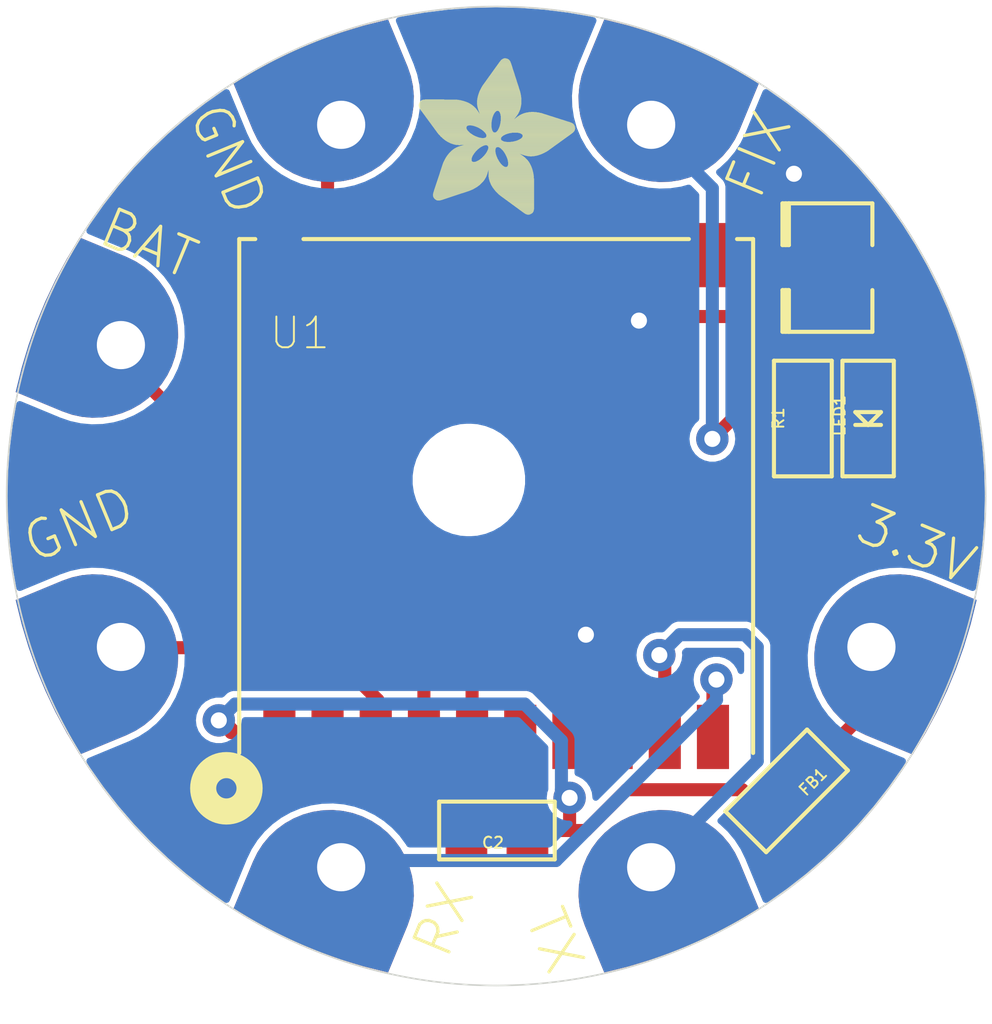
<source format=kicad_pcb>
(kicad_pcb (version 20221018) (generator pcbnew)
  (layers (0 "F.Cu" signal) (31 "B.Cu" signal) (34 "B.Paste" user) (35 "F.Paste" user) (36 "B.SilkS" user "B.Silkscreen") (37 "F.SilkS" user "F.Silkscreen") (38 "B.Mask" user) (39 "F.Mask" user) (44 "Edge.Cuts" user))
  (net 0 "")
  (net 1 "GND")
  (net 2 "3.3V")
  (net 3 "N$3")
  (net 4 "VBACKUP")
  (net 5 "N$4")
  (net 6 "N$1")
  (net 7 "N$2")
  (net 8 "RX")
  (net 9 "TX")
  (footprint "working:FIDUCIAL_1MM" (layer "F.Cu") (at 142.6821 108.7686)
    (fp_text reference "FID2" hide)
    (fp_text value "FIDUCIAL\"\"" hide)
    (pad "1" smd roundrect (at 0 0) (size 1 1) (layers "F.Cu") (roundrect_rratio 0.5))
  )
  (footprint "working:0805" (layer "F.Cu") (at 148.5251 115.4176 180)
    (fp_text reference "C2" (at -0.254 -0.381) (layer "F.SilkS") (effects (font (size 0.346578 0.346578) (thickness 0.059822)) (justify right)))
    (fp_text value "10uF")
    (pad "1" smd rect (at -0.95 0 180) (size 1.3 1.5) (layers "F.Cu" "F.Paste" "F.Mask") (net 2 "3.3V"))
    (pad "2" smd rect (at 0.95 0 180) (size 1.3 1.5) (layers "F.Cu" "F.Paste" "F.Mask") (net 1 "GND"))
  )
  (footprint "working:SEWINGTAP_2.0" (layer "F.Cu") (at 153.3271 116.5606 -157.5)
    (fp_text reference "TX0" hide)
    (fp_text value "SEWTAP-2.0IN" hide)
    (fp_poly (pts (xy 1.097845 -2.657662) (xy 1.826708 -2.584729) (xy 2.6035 -2.467646) (xy 2.6035 -0.887081) (xy 2.584633 -0.575169) (xy 2.527959 -0.265914) (xy 2.434423 0.034255) (xy 2.305387 0.320961) (xy 2.142734 0.590022) (xy 1.948834 0.837517) (xy 1.726517 1.059834) (xy 1.479022 1.253734) (xy 1.209961 1.416387) (xy 0.923255 1.545423) (xy 0.623086 1.638959) (xy 0.313831 1.695633) (xy 0 1.714616) (xy -0.313831 1.695633) (xy -0.623086 1.638959) (xy -0.923255 1.545423) (xy -1.209961 1.416387) (xy -1.479022 1.253734) (xy -1.726517 1.059834) (xy -1.948834 0.837517) (xy -2.142734 0.590022) (xy -2.305387 0.320961) (xy -2.434423 0.034255) (xy -2.527959 -0.265914) (xy -2.584633 -0.575169) (xy -2.6035 -0.887081) (xy -2.6035 -2.467646) (xy -1.826708 -2.584729) (xy -1.097845 -2.657662) (xy -0.366252 -2.694174) (xy 0.366252 -2.694174)) (fill solid) (layer "F.Cu"))
    (fp_poly (pts (xy 1.097845 -2.657662) (xy 1.826708 -2.584729) (xy 2.6035 -2.467646) (xy 2.6035 -0.887081) (xy 2.584633 -0.575169) (xy 2.527959 -0.265914) (xy 2.434423 0.034255) (xy 2.305387 0.320961) (xy 2.142734 0.590022) (xy 1.948834 0.837517) (xy 1.726517 1.059834) (xy 1.479022 1.253734) (xy 1.209961 1.416387) (xy 0.923255 1.545423) (xy 0.623086 1.638959) (xy 0.313831 1.695633) (xy 0 1.714616) (xy -0.313831 1.695633) (xy -0.623086 1.638959) (xy -0.923255 1.545423) (xy -1.209961 1.416387) (xy -1.479022 1.253734) (xy -1.726517 1.059834) (xy -1.948834 0.837517) (xy -2.142734 0.590022) (xy -2.305387 0.320961) (xy -2.434423 0.034255) (xy -2.527959 -0.265914) (xy -2.584633 -0.575169) (xy -2.6035 -0.887081) (xy -2.6035 -2.467646) (xy -1.826708 -2.584729) (xy -1.097845 -2.657662) (xy -0.366252 -2.694174) (xy 0.366252 -2.694174)) (fill solid) (layer "B.Cu"))
    (pad "P$1" thru_hole circle (at 0 0 202.5) (size 2.54 2.54) (drill 1.5) (layers "*.Cu" "*.Mask") (net 9 "TX"))
  )
  (footprint "working:ADAFRUIT_5MM" (layer "F.Cu") (at 146.0881 96.2406)
    (fp_text reference "U$6" hide)
    (fp_text value "" hide)
  )
  (footprint "working:0805" (layer "F.Cu") (at 158.0501 102.5906 -90)
    (fp_text reference "R1" (at -0.381 0.762 90) (layer "F.SilkS") (effects (font (size 0.346578 0.346578) (thickness 0.059822)) (justify right)))
    (fp_text value "1K")
    (pad "1" smd rect (at -0.95 0 270) (size 1.3 1.5) (layers "F.Cu" "F.Paste" "F.Mask") (net 6 "N$1"))
    (pad "2" smd rect (at 0.95 0 270) (size 1.3 1.5) (layers "F.Cu" "F.Paste" "F.Mask") (net 7 "N$2"))
  )
  (footprint "working:SEWINGTAP_2.0" (layer "F.Cu") (at 153.3271 93.4466 -22.5)
    (fp_text reference "TP4" hide)
    (fp_text value "SEWTAP-2.0IN" hide)
    (fp_poly (pts (xy 1.097845 -2.657662) (xy 1.826708 -2.584729) (xy 2.6035 -2.467646) (xy 2.6035 -0.887081) (xy 2.584633 -0.575169) (xy 2.527959 -0.265914) (xy 2.434423 0.034255) (xy 2.305387 0.320961) (xy 2.142734 0.590022) (xy 1.948834 0.837517) (xy 1.726517 1.059834) (xy 1.479022 1.253734) (xy 1.209961 1.416387) (xy 0.923255 1.545423) (xy 0.623086 1.638959) (xy 0.313831 1.695633) (xy 0 1.714616) (xy -0.313831 1.695633) (xy -0.623086 1.638959) (xy -0.923255 1.545423) (xy -1.209961 1.416387) (xy -1.479022 1.253734) (xy -1.726517 1.059834) (xy -1.948834 0.837517) (xy -2.142734 0.590022) (xy -2.305387 0.320961) (xy -2.434423 0.034255) (xy -2.527959 -0.265914) (xy -2.584633 -0.575169) (xy -2.6035 -0.887081) (xy -2.6035 -2.467646) (xy -1.826708 -2.584729) (xy -1.097845 -2.657662) (xy -0.366252 -2.694174) (xy 0.366252 -2.694174)) (fill solid) (layer "F.Cu"))
    (fp_poly (pts (xy 1.097845 -2.657662) (xy 1.826708 -2.584729) (xy 2.6035 -2.467646) (xy 2.6035 -0.887081) (xy 2.584633 -0.575169) (xy 2.527959 -0.265914) (xy 2.434423 0.034255) (xy 2.305387 0.320961) (xy 2.142734 0.590022) (xy 1.948834 0.837517) (xy 1.726517 1.059834) (xy 1.479022 1.253734) (xy 1.209961 1.416387) (xy 0.923255 1.545423) (xy 0.623086 1.638959) (xy 0.313831 1.695633) (xy 0 1.714616) (xy -0.313831 1.695633) (xy -0.623086 1.638959) (xy -0.923255 1.545423) (xy -1.209961 1.416387) (xy -1.479022 1.253734) (xy -1.726517 1.059834) (xy -1.948834 0.837517) (xy -2.142734 0.590022) (xy -2.305387 0.320961) (xy -2.434423 0.034255) (xy -2.527959 -0.265914) (xy -2.584633 -0.575169) (xy -2.6035 -0.887081) (xy -2.6035 -2.467646) (xy -1.826708 -2.584729) (xy -1.097845 -2.657662) (xy -0.366252 -2.694174) (xy 0.366252 -2.694174)) (fill solid) (layer "B.Cu"))
    (pad "P$1" thru_hole circle (at 0 0 337.5) (size 2.54 2.54) (drill 1.5) (layers "*.Cu" "*.Mask") (net 6 "N$1"))
  )
  (footprint "working:CHIPLED_0805" (layer "F.Cu") (at 160.0821 102.5906 180)
    (fp_text reference "LED1" (at 0.889 0.762 90) (layer "F.SilkS") (effects (font (size 0.346578 0.346578) (thickness 0.059822)) (justify right)))
    (fp_text value "FIX")
    (pad "A" smd rect (at 0 1.05 180) (size 1.2 1.2) (layers "F.Cu" "F.Paste" "F.Mask") (net 6 "N$1"))
    (pad "C" smd rect (at 0 -1.05 180) (size 1.2 1.2) (layers "F.Cu" "F.Paste" "F.Mask") (net 1 "GND"))
  )
  (footprint "working:SEWINGTAP_2.0" (layer "F.Cu") (at 160.1851 109.7026 -112.5)
    (fp_text reference "UNK3V3IN0" hide)
    (fp_text value "SEWTAP-2.0IN" hide)
    (fp_poly (pts (xy 1.097845 -2.657662) (xy 1.826708 -2.584729) (xy 2.6035 -2.467646) (xy 2.6035 -0.887081) (xy 2.584633 -0.575169) (xy 2.527959 -0.265914) (xy 2.434423 0.034255) (xy 2.305387 0.320961) (xy 2.142734 0.590022) (xy 1.948834 0.837517) (xy 1.726517 1.059834) (xy 1.479022 1.253734) (xy 1.209961 1.416387) (xy 0.923255 1.545423) (xy 0.623086 1.638959) (xy 0.313831 1.695633) (xy 0 1.714616) (xy -0.313831 1.695633) (xy -0.623086 1.638959) (xy -0.923255 1.545423) (xy -1.209961 1.416387) (xy -1.479022 1.253734) (xy -1.726517 1.059834) (xy -1.948834 0.837517) (xy -2.142734 0.590022) (xy -2.305387 0.320961) (xy -2.434423 0.034255) (xy -2.527959 -0.265914) (xy -2.584633 -0.575169) (xy -2.6035 -0.887081) (xy -2.6035 -2.467646) (xy -1.826708 -2.584729) (xy -1.097845 -2.657662) (xy -0.366252 -2.694174) (xy 0.366252 -2.694174)) (fill solid) (layer "F.Cu"))
    (fp_poly (pts (xy 1.097845 -2.657662) (xy 1.826708 -2.584729) (xy 2.6035 -2.467646) (xy 2.6035 -0.887081) (xy 2.584633 -0.575169) (xy 2.527959 -0.265914) (xy 2.434423 0.034255) (xy 2.305387 0.320961) (xy 2.142734 0.590022) (xy 1.948834 0.837517) (xy 1.726517 1.059834) (xy 1.479022 1.253734) (xy 1.209961 1.416387) (xy 0.923255 1.545423) (xy 0.623086 1.638959) (xy 0.313831 1.695633) (xy 0 1.714616) (xy -0.313831 1.695633) (xy -0.623086 1.638959) (xy -0.923255 1.545423) (xy -1.209961 1.416387) (xy -1.479022 1.253734) (xy -1.726517 1.059834) (xy -1.948834 0.837517) (xy -2.142734 0.590022) (xy -2.305387 0.320961) (xy -2.434423 0.034255) (xy -2.527959 -0.265914) (xy -2.584633 -0.575169) (xy -2.6035 -0.887081) (xy -2.6035 -2.467646) (xy -1.826708 -2.584729) (xy -1.097845 -2.657662) (xy -0.366252 -2.694174) (xy 0.366252 -2.694174)) (fill solid) (layer "B.Cu"))
    (pad "P$1" thru_hole circle (at 0 0 247.5) (size 2.54 2.54) (drill 1.5) (layers "*.Cu" "*.Mask") (net 3 "N$3"))
  )
  (footprint "working:SEWINGTAP_2.0" (layer "F.Cu") (at 136.8171 109.7026 112.5)
    (fp_text reference "GND0" hide)
    (fp_text value "SEWTAP-2.0IN" hide)
    (fp_poly (pts (xy 1.097845 -2.657662) (xy 1.826708 -2.584729) (xy 2.6035 -2.467646) (xy 2.6035 -0.887081) (xy 2.584633 -0.575169) (xy 2.527959 -0.265914) (xy 2.434423 0.034255) (xy 2.305387 0.320961) (xy 2.142734 0.590022) (xy 1.948834 0.837517) (xy 1.726517 1.059834) (xy 1.479022 1.253734) (xy 1.209961 1.416387) (xy 0.923255 1.545423) (xy 0.623086 1.638959) (xy 0.313831 1.695633) (xy 0 1.714616) (xy -0.313831 1.695633) (xy -0.623086 1.638959) (xy -0.923255 1.545423) (xy -1.209961 1.416387) (xy -1.479022 1.253734) (xy -1.726517 1.059834) (xy -1.948834 0.837517) (xy -2.142734 0.590022) (xy -2.305387 0.320961) (xy -2.434423 0.034255) (xy -2.527959 -0.265914) (xy -2.584633 -0.575169) (xy -2.6035 -0.887081) (xy -2.6035 -2.467646) (xy -1.826708 -2.584729) (xy -1.097845 -2.657662) (xy -0.366252 -2.694174) (xy 0.366252 -2.694174)) (fill solid) (layer "F.Cu"))
    (fp_poly (pts (xy 1.097845 -2.657662) (xy 1.826708 -2.584729) (xy 2.6035 -2.467646) (xy 2.6035 -0.887081) (xy 2.584633 -0.575169) (xy 2.527959 -0.265914) (xy 2.434423 0.034255) (xy 2.305387 0.320961) (xy 2.142734 0.590022) (xy 1.948834 0.837517) (xy 1.726517 1.059834) (xy 1.479022 1.253734) (xy 1.209961 1.416387) (xy 0.923255 1.545423) (xy 0.623086 1.638959) (xy 0.313831 1.695633) (xy 0 1.714616) (xy -0.313831 1.695633) (xy -0.623086 1.638959) (xy -0.923255 1.545423) (xy -1.209961 1.416387) (xy -1.479022 1.253734) (xy -1.726517 1.059834) (xy -1.948834 0.837517) (xy -2.142734 0.590022) (xy -2.305387 0.320961) (xy -2.434423 0.034255) (xy -2.527959 -0.265914) (xy -2.584633 -0.575169) (xy -2.6035 -0.887081) (xy -2.6035 -2.467646) (xy -1.826708 -2.584729) (xy -1.097845 -2.657662) (xy -0.366252 -2.694174) (xy 0.366252 -2.694174)) (fill solid) (layer "B.Cu"))
    (pad "P$1" thru_hole circle (at 0 0 112.5) (size 2.54 2.54) (drill 1.5) (layers "*.Cu" "*.Mask") (net 1 "GND"))
  )
  (footprint "working:FGPMMOPA6H" (layer "F.Cu") (at 148.5011 105.0036 90)
    (fp_text reference "U1" (at 5.071 -7.111) (layer "F.SilkS") (effects (font (size 0.956178 0.956178) (thickness 0.059822)) (justify left)))
    (fp_text value "FGPMMOPA6H")
    (pad "" np_thru_hole circle (at 0.5 -0.85 90) (size 3 3) (drill 3) (layers "*.Cu" "*.Mask"))
    (pad "P$1" smd rect (at -7.5 -6.75 90) (size 2 1) (layers "F.Cu" "F.Paste" "F.Mask") (net 2 "3.3V"))
    (pad "P$2" smd rect (at -7.5 -5.25 90) (size 2 1) (layers "F.Cu" "F.Paste" "F.Mask"))
    (pad "P$3" smd rect (at -7.5 -3.75 90) (size 2 1) (layers "F.Cu" "F.Paste" "F.Mask") (net 1 "GND"))
    (pad "P$4" smd rect (at -7.5 -2.25 90) (size 2 1) (layers "F.Cu" "F.Paste" "F.Mask") (net 4 "VBACKUP"))
    (pad "P$5" smd rect (at -7.5 -0.75 90) (size 2 1) (layers "F.Cu" "F.Paste" "F.Mask") (net 7 "N$2"))
    (pad "P$6" smd rect (at -7.5 0.75 90) (size 2 1) (layers "F.Cu" "F.Paste" "F.Mask"))
    (pad "P$7" smd rect (at -7.5 2.25 90) (size 2 1) (layers "F.Cu" "F.Paste" "F.Mask"))
    (pad "P$8" smd rect (at -7.5 3.75 90) (size 2 1) (layers "F.Cu" "F.Paste" "F.Mask") (net 1 "GND"))
    (pad "P$9" smd rect (at -7.5 5.25 90) (size 2 1) (layers "F.Cu" "F.Paste" "F.Mask") (net 9 "TX"))
    (pad "P$10" smd rect (at -7.5 6.75 90) (size 2 1) (layers "F.Cu" "F.Paste" "F.Mask") (net 8 "RX"))
    (pad "P$11" smd rect (at 7.5 6.75 270) (size 2 1) (layers "F.Cu" "F.Paste" "F.Mask") (net 5 "N$4"))
    (pad "P$12" smd rect (at 7.5 5.25 270) (size 2 1) (layers "F.Cu" "F.Paste" "F.Mask") (net 1 "GND"))
    (pad "P$13" smd rect (at 7.5 3.75 270) (size 2 1) (layers "F.Cu" "F.Paste" "F.Mask"))
    (pad "P$14" smd rect (at 7.5 2.25 270) (size 2 1) (layers "F.Cu" "F.Paste" "F.Mask"))
    (pad "P$15" smd rect (at 7.5 0.75 270) (size 2 1) (layers "F.Cu" "F.Paste" "F.Mask"))
    (pad "P$16" smd rect (at 7.5 -0.75 270) (size 2 1) (layers "F.Cu" "F.Paste" "F.Mask"))
    (pad "P$17" smd rect (at 7.5 -2.25 270) (size 2 1) (layers "F.Cu" "F.Paste" "F.Mask"))
    (pad "P$18" smd rect (at 7.5 -3.75 270) (size 2 1) (layers "F.Cu" "F.Paste" "F.Mask"))
    (pad "P$19" smd rect (at 7.5 -5.25 270) (size 2 1) (layers "F.Cu" "F.Paste" "F.Mask") (net 1 "GND"))
    (pad "P$20" smd rect (at 7.5 -6.75 270) (size 2 1) (layers "F.Cu" "F.Paste" "F.Mask"))
  )
  (footprint "working:0805" (layer "F.Cu") (at 157.544093 114.183234 -135)
    (fp_text reference "FB1" (at -0.254002 -0.380998 -135) (layer "F.SilkS") (effects (font (size 0.346578 0.346578) (thickness 0.059822)) (justify left)))
    (fp_text value "Ferrite")
    (pad "1" smd rect (at -0.95 0 225) (size 1.3 1.5) (layers "F.Cu" "F.Paste" "F.Mask") (net 3 "N$3"))
    (pad "2" smd rect (at 0.95 0 225) (size 1.3 1.5) (layers "F.Cu" "F.Paste" "F.Mask") (net 2 "3.3V"))
  )
  (footprint "working:SEWINGTAP_2.0" (layer "F.Cu") (at 143.6751 116.5606 157.5)
    (fp_text reference "RX0" hide)
    (fp_text value "SEWTAP-2.0IN" hide)
    (fp_poly (pts (xy 1.097845 -2.657662) (xy 1.826708 -2.584729) (xy 2.6035 -2.467646) (xy 2.6035 -0.887081) (xy 2.584633 -0.575169) (xy 2.527959 -0.265914) (xy 2.434423 0.034255) (xy 2.305387 0.320961) (xy 2.142734 0.590022) (xy 1.948834 0.837517) (xy 1.726517 1.059834) (xy 1.479022 1.253734) (xy 1.209961 1.416387) (xy 0.923255 1.545423) (xy 0.623086 1.638959) (xy 0.313831 1.695633) (xy 0 1.714616) (xy -0.313831 1.695633) (xy -0.623086 1.638959) (xy -0.923255 1.545423) (xy -1.209961 1.416387) (xy -1.479022 1.253734) (xy -1.726517 1.059834) (xy -1.948834 0.837517) (xy -2.142734 0.590022) (xy -2.305387 0.320961) (xy -2.434423 0.034255) (xy -2.527959 -0.265914) (xy -2.584633 -0.575169) (xy -2.6035 -0.887081) (xy -2.6035 -2.467646) (xy -1.826708 -2.584729) (xy -1.097845 -2.657662) (xy -0.366252 -2.694174) (xy 0.366252 -2.694174)) (fill solid) (layer "F.Cu"))
    (fp_poly (pts (xy 1.097845 -2.657662) (xy 1.826708 -2.584729) (xy 2.6035 -2.467646) (xy 2.6035 -0.887081) (xy 2.584633 -0.575169) (xy 2.527959 -0.265914) (xy 2.434423 0.034255) (xy 2.305387 0.320961) (xy 2.142734 0.590022) (xy 1.948834 0.837517) (xy 1.726517 1.059834) (xy 1.479022 1.253734) (xy 1.209961 1.416387) (xy 0.923255 1.545423) (xy 0.623086 1.638959) (xy 0.313831 1.695633) (xy 0 1.714616) (xy -0.313831 1.695633) (xy -0.623086 1.638959) (xy -0.923255 1.545423) (xy -1.209961 1.416387) (xy -1.479022 1.253734) (xy -1.726517 1.059834) (xy -1.948834 0.837517) (xy -2.142734 0.590022) (xy -2.305387 0.320961) (xy -2.434423 0.034255) (xy -2.527959 -0.265914) (xy -2.584633 -0.575169) (xy -2.6035 -0.887081) (xy -2.6035 -2.467646) (xy -1.826708 -2.584729) (xy -1.097845 -2.657662) (xy -0.366252 -2.694174) (xy 0.366252 -2.694174)) (fill solid) (layer "B.Cu"))
    (pad "P$1" thru_hole circle (at 0 0 157.5) (size 2.54 2.54) (drill 1.5) (layers "*.Cu" "*.Mask") (net 8 "RX"))
  )
  (footprint "working:FIDUCIAL_1MM" (layer "F.Cu") (at 153.4541 101.1936)
    (fp_text reference "FID1" hide)
    (fp_text value "FIDUCIAL\"\"" hide)
    (pad "1" smd roundrect (at 0 0) (size 1 1) (layers "F.Cu") (roundrect_rratio 0.5))
  )
  (footprint "working:SEWINGTAP_2.0" (layer "F.Cu") (at 136.8171 100.3046 67.5)
    (fp_text reference "TP1" hide)
    (fp_text value "SEWTAP-2.0IN" hide)
    (fp_poly (pts (xy 1.097845 -2.657662) (xy 1.826708 -2.584729) (xy 2.6035 -2.467646) (xy 2.6035 -0.887081) (xy 2.584633 -0.575169) (xy 2.527959 -0.265914) (xy 2.434423 0.034255) (xy 2.305387 0.320961) (xy 2.142734 0.590022) (xy 1.948834 0.837517) (xy 1.726517 1.059834) (xy 1.479022 1.253734) (xy 1.209961 1.416387) (xy 0.923255 1.545423) (xy 0.623086 1.638959) (xy 0.313831 1.695633) (xy 0 1.714616) (xy -0.313831 1.695633) (xy -0.623086 1.638959) (xy -0.923255 1.545423) (xy -1.209961 1.416387) (xy -1.479022 1.253734) (xy -1.726517 1.059834) (xy -1.948834 0.837517) (xy -2.142734 0.590022) (xy -2.305387 0.320961) (xy -2.434423 0.034255) (xy -2.527959 -0.265914) (xy -2.584633 -0.575169) (xy -2.6035 -0.887081) (xy -2.6035 -2.467646) (xy -1.826708 -2.584729) (xy -1.097845 -2.657662) (xy -0.366252 -2.694174) (xy 0.366252 -2.694174)) (fill solid) (layer "F.Cu"))
    (fp_poly (pts (xy 1.097845 -2.657662) (xy 1.826708 -2.584729) (xy 2.6035 -2.467646) (xy 2.6035 -0.887081) (xy 2.584633 -0.575169) (xy 2.527959 -0.265914) (xy 2.434423 0.034255) (xy 2.305387 0.320961) (xy 2.142734 0.590022) (xy 1.948834 0.837517) (xy 1.726517 1.059834) (xy 1.479022 1.253734) (xy 1.209961 1.416387) (xy 0.923255 1.545423) (xy 0.623086 1.638959) (xy 0.313831 1.695633) (xy 0 1.714616) (xy -0.313831 1.695633) (xy -0.623086 1.638959) (xy -0.923255 1.545423) (xy -1.209961 1.416387) (xy -1.479022 1.253734) (xy -1.726517 1.059834) (xy -1.948834 0.837517) (xy -2.142734 0.590022) (xy -2.305387 0.320961) (xy -2.434423 0.034255) (xy -2.527959 -0.265914) (xy -2.584633 -0.575169) (xy -2.6035 -0.887081) (xy -2.6035 -2.467646) (xy -1.826708 -2.584729) (xy -1.097845 -2.657662) (xy -0.366252 -2.694174) (xy 0.366252 -2.694174)) (fill solid) (layer "B.Cu"))
    (pad "P$1" thru_hole circle (at 0 0 67.5) (size 2.54 2.54) (drill 1.5) (layers "*.Cu" "*.Mask") (net 4 "VBACKUP"))
  )
  (footprint "working:U.FL" (layer "F.Cu") (at 158.9151 97.8916 180)
    (fp_text reference "U$20" hide)
    (fp_text value "U.FL" hide)
    (pad "P$1" smd rect (at 0 -1.375 180) (size 2.2 0.85) (layers "F.Cu" "F.Paste" "F.Mask") (net 1 "GND"))
    (pad "P$2" smd rect (at 0 1.375 180) (size 2.2 0.85) (layers "F.Cu" "F.Paste" "F.Mask") (net 1 "GND"))
    (pad "P$3" smd rect (at 1.525 0 180) (size 1.05 1) (layers "F.Cu" "F.Paste" "F.Mask") (net 5 "N$4"))
    (pad "P$4" smd rect (at -1.525 0 180) (size 1.05 1) (layers "F.Cu" "F.Paste" "F.Mask"))
  )
  (footprint "working:SEWINGTAP_2.0" (layer "F.Cu") (at 143.6751 93.4466 22.5)
    (fp_text reference "GND1" hide)
    (fp_text value "SEWTAP-2.0IN" hide)
    (fp_poly (pts (xy 1.097845 -2.657662) (xy 1.826708 -2.584729) (xy 2.6035 -2.467646) (xy 2.6035 -0.887081) (xy 2.584633 -0.575169) (xy 2.527959 -0.265914) (xy 2.434423 0.034255) (xy 2.305387 0.320961) (xy 2.142734 0.590022) (xy 1.948834 0.837517) (xy 1.726517 1.059834) (xy 1.479022 1.253734) (xy 1.209961 1.416387) (xy 0.923255 1.545423) (xy 0.623086 1.638959) (xy 0.313831 1.695633) (xy 0 1.714616) (xy -0.313831 1.695633) (xy -0.623086 1.638959) (xy -0.923255 1.545423) (xy -1.209961 1.416387) (xy -1.479022 1.253734) (xy -1.726517 1.059834) (xy -1.948834 0.837517) (xy -2.142734 0.590022) (xy -2.305387 0.320961) (xy -2.434423 0.034255) (xy -2.527959 -0.265914) (xy -2.584633 -0.575169) (xy -2.6035 -0.887081) (xy -2.6035 -2.467646) (xy -1.826708 -2.584729) (xy -1.097845 -2.657662) (xy -0.366252 -2.694174) (xy 0.366252 -2.694174)) (fill solid) (layer "F.Cu"))
    (fp_poly (pts (xy 1.097845 -2.657662) (xy 1.826708 -2.584729) (xy 2.6035 -2.467646) (xy 2.6035 -0.887081) (xy 2.584633 -0.575169) (xy 2.527959 -0.265914) (xy 2.434423 0.034255) (xy 2.305387 0.320961) (xy 2.142734 0.590022) (xy 1.948834 0.837517) (xy 1.726517 1.059834) (xy 1.479022 1.253734) (xy 1.209961 1.416387) (xy 0.923255 1.545423) (xy 0.623086 1.638959) (xy 0.313831 1.695633) (xy 0 1.714616) (xy -0.313831 1.695633) (xy -0.623086 1.638959) (xy -0.923255 1.545423) (xy -1.209961 1.416387) (xy -1.479022 1.253734) (xy -1.726517 1.059834) (xy -1.948834 0.837517) (xy -2.142734 0.590022) (xy -2.305387 0.320961) (xy -2.434423 0.034255) (xy -2.527959 -0.265914) (xy -2.584633 -0.575169) (xy -2.6035 -0.887081) (xy -2.6035 -2.467646) (xy -1.826708 -2.584729) (xy -1.097845 -2.657662) (xy -0.366252 -2.694174) (xy 0.366252 -2.694174)) (fill solid) (layer "B.Cu"))
    (pad "P$1" thru_hole circle (at 0 0 22.5) (size 2.54 2.54) (drill 1.5) (layers "*.Cu" "*.Mask") (net 1 "GND"))
  )
  (footprint "working:FLORASMALL" (layer "B.Cu") (at 158.0261 97.2566 -90)
    (fp_text reference "U$7" hide)
    (fp_text value "" hide)
  )
  (gr_arc (start 148.5011 89.7636) (mid 159.277407 94.227293) (end 163.7411 105.0036) (stroke (width 0.05)) (layer "Edge.Cuts"))
  (gr_arc (start 148.5011 120.2436) (mid 137.724793 115.779907) (end 133.2611 105.0036) (stroke (width 0.05)) (layer "Edge.Cuts"))
  (gr_arc (start 133.2611 105.0036) (mid 137.724793 94.227293) (end 148.5011 89.7636) (stroke (width 0.05)) (layer "Edge.Cuts"))
  (gr_arc (start 163.7411 105.0036) (mid 159.277407 115.779907) (end 148.5011 120.2436) (stroke (width 0.05)) (layer "Edge.Cuts"))
  (gr_text "FIX" (at 156.767093 95.938266 67.5) (layer "F.SilkS") (effects (font (size 1.1684 1.1684) (thickness 0.1016)) (justify left bottom)))
  (gr_text "RX" (at 147.035904 119.570462 67.5) (layer "F.SilkS") (effects (font (size 1.1684 1.1684) (thickness 0.1016)) (justify left bottom)))
  (gr_text "GND" (at 141.486835 95.966472 292.5) (layer "F.SilkS") (effects (font (size 1.1684 1.1684) (thickness 0.1016)) (justify right top)))
  (gr_text "BAT" (at 135.946904 97.1586 337.5) (layer "F.SilkS") (effects (font (size 1.1684 1.1684) (thickness 0.1016)) (justify left bottom)))
  (gr_text "3.3V" (at 163.644956 106.633403 337.5) (layer "F.SilkS") (effects (font (size 1.1684 1.1684) (thickness 0.1016)) (justify right top)))
  (gr_text "GND" (at 134.063629 107.232393 22.5) (layer "F.SilkS") (effects (font (size 1.1684 1.1684) (thickness 0.1016)) (justify left bottom)))
  (gr_text "TX" (at 151.362237 119.5686 292.5) (layer "F.SilkS") (effects (font (size 1.1684 1.1684) (thickness 0.1016)) (justify right top)))
  (segment (start 144.9451 113.5126) (end 144.9451 112.6976) (width 0.4064) (layer "F.Cu") (net 1))
  (segment (start 136.8171 109.725487) (end 136.8171 109.7026) (width 0.4064) (layer "F.Cu") (net 1))
  (segment (start 143.2511 97.5036) (end 143.2511 93.4466) (width 0.4064) (layer "F.Cu") (net 1))
  (segment (start 146.8501 115.4176) (end 144.9451 113.5126) (width 0.4064) (layer "F.Cu") (net 1))
  (segment (start 144.8181 112.4366) (end 144.7511 112.5036) (width 0.4064) (layer "F.Cu") (net 1))
  (segment (start 158.9151 99.4156) (end 158.9151 99.2666) (width 0.4064) (layer "F.Cu") (net 1))
  (segment (start 140.903988 109.725487) (end 141.7701 110.5916) (width 0.4064) (layer "F.Cu") (net 1))
  (segment (start 160.0821 103.6406) (end 155.9251 107.7976) (width 0.4064) (layer "F.Cu") (net 1))
  (segment (start 152.2511 112.5036) (end 152.2511 110.2776) (width 0.4064) (layer "F.Cu") (net 1))
  (segment (start 151.2951 109.1946) (end 151.2951 109.3216) (width 0.4064) (layer "F.Cu") (net 1))
  (segment (start 158.9151 96.1136) (end 157.7721 94.9706) (width 0.4064) (layer "F.Cu") (net 1))
  (segment (start 144.8181 111.3536) (end 144.8181 112.4366) (width 0.4064) (layer "F.Cu") (net 1))
  (segment (start 144.9451 112.6976) (end 144.7511 112.5036) (width 0.4064) (layer "F.Cu") (net 1))
  (segment (start 158.9151 99.4156) (end 154.4701 99.4156) (width 0.4064) (layer "F.Cu") (net 1))
  (segment (start 143.2511 93.4466) (end 143.6751 93.4466) (width 0.4064) (layer "F.Cu") (net 1))
  (segment (start 153.7511 98.7376) (end 152.9461 99.5426) (width 0.4064) (layer "F.Cu") (net 1))
  (segment (start 147.5751 115.4176) (end 146.8501 115.4176) (width 0.4064) (layer "F.Cu") (net 1))
  (segment (start 158.9151 96.5166) (end 158.9151 96.1136) (width 0.4064) (layer "F.Cu") (net 1))
  (segment (start 153.7511 98.6966) (end 153.7511 97.5036) (width 0.4064) (layer "F.Cu") (net 1))
  (segment (start 152.6921 107.7976) (end 151.2951 109.1946) (width 0.4064) (layer "F.Cu") (net 1))
  (segment (start 152.2511 110.2776) (end 151.2951 109.3216) (width 0.4064) (layer "F.Cu") (net 1))
  (segment (start 154.4701 99.4156) (end 153.7511 98.6966) (width 0.4064) (layer "F.Cu") (net 1))
  (segment (start 144.0561 110.5916) (end 144.8181 111.3536) (width 0.4064) (layer "F.Cu") (net 1))
  (segment (start 153.7511 97.5036) (end 153.7511 98.7376) (width 0.4064) (layer "F.Cu") (net 1))
  (segment (start 140.903988 109.725487) (end 136.8171 109.725487) (width 0.4064) (layer "F.Cu") (net 1))
  (segment (start 141.7701 110.5916) (end 144.0561 110.5916) (width 0.4064) (layer "F.Cu") (net 1))
  (segment (start 155.9251 107.7976) (end 152.6921 107.7976) (width 0.4064) (layer "F.Cu") (net 1))
  (via (at 157.7721 94.9706) (size 1.008) (drill 0.5) (layers "F.Cu" "B.Cu") (net 1))
  (via (at 152.9461 99.5426) (size 1.008) (drill 0.5) (layers "F.Cu" "B.Cu") (net 1))
  (via (at 151.2951 109.3216) (size 1.008) (drill 0.5) (layers "F.Cu" "B.Cu") (net 1))
  (segment (start 157.7721 94.8436) (end 158.0261 94.5896) (width 0.4064) (layer "B.Cu") (net 1))
  (segment (start 157.7721 94.9706) (end 157.7721 94.8436) (width 0.4064) (layer "B.Cu") (net 1))
  (segment (start 151.2951 109.3216) (end 150.6601 109.9566) (width 0.4064) (layer "B.Cu") (net 1))
  (segment (start 152.9461 99.5426) (end 152.3111 99.5426) (width 0.4064) (layer "B.Cu") (net 1))
  (segment (start 139.9921 111.9886) (end 140.3731 112.3696) (width 0.4064) (layer "F.Cu") (net 2))
  (segment (start 139.8651 111.9886) (end 139.9921 111.9886) (width 0.4064) (layer "F.Cu") (net 2))
  (segment (start 156.164956 114.1476) (end 152.5651 114.1476) (width 0.4064) (layer "F.Cu") (net 2))
  (segment (start 141.6171 112.3696) (end 140.3731 112.3696) (width 0.4064) (layer "F.Cu") (net 2))
  (segment (start 141.7511 112.5036) (end 141.6171 112.3696) (width 0.4064) (layer "F.Cu") (net 2))
  (segment (start 140.3731 112.3696) (end 140.2461 112.3696) (width 0.4064) (layer "F.Cu") (net 2))
  (segment (start 152.5651 114.1476) (end 151.2951 115.4176) (width 0.4064) (layer "F.Cu") (net 2))
  (segment (start 156.87234 114.854984) (end 156.164956 114.1476) (width 0.4064) (layer "F.Cu") (net 2))
  (segment (start 151.2951 115.4176) (end 150.6601 115.4176) (width 0.4064) (layer "F.Cu") (net 2))
  (segment (start 150.6601 115.4176) (end 149.4751 115.4176) (width 0.4064) (layer "F.Cu") (net 2))
  (segment (start 150.7871 114.4016) (end 150.7871 115.2906) (width 0.4064) (layer "F.Cu") (net 2))
  (segment (start 150.7871 115.2906) (end 150.6601 115.4176) (width 0.4064) (layer "F.Cu") (net 2))
  (via (at 150.7871 114.4016) (size 1.008) (drill 0.5) (layers "F.Cu" "B.Cu") (net 2))
  (via (at 139.8651 111.9886) (size 1.008) (drill 0.5) (layers "F.Cu" "B.Cu") (net 2))
  (segment (start 140.3731 111.4806) (end 139.8651 111.9886) (width 0.4064) (layer "B.Cu") (net 2))
  (segment (start 150.5331 114.1476) (end 150.7871 114.4016) (width 0.4064) (layer "B.Cu") (net 2))
  (segment (start 149.3901 111.4806) (end 150.5331 112.6236) (width 0.4064) (layer "B.Cu") (net 2))
  (segment (start 150.5331 112.6236) (end 150.5331 114.1476) (width 0.4064) (layer "B.Cu") (net 2))
  (segment (start 140.3731 111.4806) (end 149.3901 111.4806) (width 0.4064) (layer "B.Cu") (net 2))
  (segment (start 160.1851 111.542225) (end 160.1851 109.7026) (width 0.4064) (layer "F.Cu") (net 3))
  (segment (start 158.215843 113.511481) (end 160.1851 111.542225) (width 0.4064) (layer "F.Cu") (net 3))
  (segment (start 146.2511 110.150528) (end 136.8171 100.716529) (width 0.4064) (layer "F.Cu") (net 4))
  (segment (start 146.2511 112.5036) (end 146.2511 110.150528) (width 0.4064) (layer "F.Cu") (net 4))
  (segment (start 136.8171 100.716529) (end 136.8171 100.3046) (width 0.4064) (layer "F.Cu") (net 4))
  (segment (start 155.6391 97.8916) (end 155.2511 97.5036) (width 0.4064) (layer "F.Cu") (net 5))
  (segment (start 157.3901 97.8916) (end 155.6391 97.8916) (width 0.4064) (layer "F.Cu") (net 5))
  (segment (start 156.8171 101.6406) (end 155.2321 103.2256) (width 0.4064) (layer "F.Cu") (net 6))
  (segment (start 158.0501 101.6406) (end 159.9821 101.6406) (width 0.4064) (layer "F.Cu") (net 6))
  (segment (start 158.0501 101.6406) (end 156.8171 101.6406) (width 0.4064) (layer "F.Cu") (net 6))
  (segment (start 159.9821 101.6406) (end 160.0821 101.5406) (width 0.4064) (layer "F.Cu") (net 6))
  (via (at 155.2321 103.2256) (size 1.008) (drill 0.5) (layers "F.Cu" "B.Cu") (net 6))
  (segment (start 153.3271 93.520047) (end 153.3271 93.4466) (width 0.4064) (layer "B.Cu") (net 6))
  (segment (start 155.2321 95.425047) (end 153.3271 93.520047) (width 0.4064) (layer "B.Cu") (net 6))
  (segment (start 155.2321 103.2256) (end 155.2321 95.425047) (width 0.4064) (layer "B.Cu") (net 6))
  (segment (start 151.5491 106.1466) (end 155.4441 106.1466) (width 0.4064) (layer "F.Cu") (net 7))
  (segment (start 147.7511 109.9446) (end 151.5491 106.1466) (width 0.4064) (layer "F.Cu") (net 7))
  (segment (start 147.7511 112.5036) (end 147.7511 109.9446) (width 0.4064) (layer "F.Cu") (net 7))
  (segment (start 155.4441 106.1466) (end 158.0501 103.5406) (width 0.4064) (layer "F.Cu") (net 7))
  (segment (start 155.2511 110.8266) (end 155.2511 112.5036) (width 0.4064) (layer "F.Cu") (net 8))
  (segment (start 155.3591 110.7186) (end 155.2511 110.8266) (width 0.4064) (layer "F.Cu") (net 8))
  (via (at 155.3591 110.7186) (size 1.008) (drill 0.5) (layers "F.Cu" "B.Cu") (net 8))
  (segment (start 150.359812 116.352887) (end 143.6751 116.352887) (width 0.4064) (layer "B.Cu") (net 8))
  (segment (start 150.359812 116.352887) (end 155.3591 111.3536) (width 0.4064) (layer "B.Cu") (net 8))
  (segment (start 155.3591 111.3536) (end 155.3591 110.7186) (width 0.4064) (layer "B.Cu") (net 8))
  (segment (start 143.6751 116.352887) (end 143.6751 116.5606) (width 0.4064) (layer "B.Cu") (net 8))
  (segment (start 153.7511 110.1266) (end 153.7511 112.5036) (width 0.4064) (layer "F.Cu") (net 9))
  (segment (start 153.5811 109.9566) (end 153.7511 110.1266) (width 0.4064) (layer "F.Cu") (net 9))
  (via (at 153.5811 109.9566) (size 1.008) (drill 0.5) (layers "F.Cu" "B.Cu") (net 9))
  (segment (start 156.6291 113.2586) (end 153.3271 116.5606) (width 0.4064) (layer "B.Cu") (net 9))
  (segment (start 156.6291 113.2586) (end 156.6291 109.7026) (width 0.4064) (layer "B.Cu") (net 9))
  (segment (start 156.2481 109.3216) (end 154.2161 109.3216) (width 0.4064) (layer "B.Cu") (net 9))
  (segment (start 154.2161 109.3216) (end 153.5811 109.9566) (width 0.4064) (layer "B.Cu") (net 9))
  (segment (start 156.6291 109.7026) (end 156.2481 109.3216) (width 0.4064) (layer "B.Cu") (net 9))
  (zone (net 1) (net_name "GND") (layer "B.Cu") (priority 6) (connect_pads (clearance 0.000001)) (min_thickness 0.2032) (fill yes (thermal_gap 0.4564) (thermal_bridge_width 0.4564))
    (polygon (pts (xy 150.069787 89.60226) (xy 150.856893 89.685422) (xy 151.635938 89.809245) (xy 152.407435 89.973671) (xy 153.169269 90.178249) (xy 153.919353 90.422418) (xy 154.655629 90.705508) (xy 155.376082 91.026743) (xy 156.078734 91.385245) (xy 156.76166 91.780029) (xy 157.42299 92.210014) (xy 158.060911 92.674021) (xy 158.673671 93.170778) (xy 159.259594 93.698924) (xy 159.817074 94.25701) (xy 160.34458 94.843508) (xy 160.84067 95.45681) (xy 161.303982 96.095234) (xy 161.733246 96.757032) (xy 162.127286 97.440388) (xy 162.485022 98.143431) (xy 162.805473 98.864232) (xy 163.087761 99.600818) (xy 163.331112 100.351167) (xy 163.53486 101.113223) (xy 163.698446 101.884899) (xy 163.821421 102.664079) (xy 163.903448 103.448626) (xy 163.934035 104.0384) (xy 163.9443 104.0384) (xy 163.9443 104.236332) (xy 163.954828 104.439332) (xy 163.9443 104.439605) (xy 163.9443 105.516921) (xy 163.862205 107.083396) (xy 163.758928 107.867858) (xy 163.615223 108.643222) (xy 163.431135 109.410002) (xy 163.207169 110.166098) (xy 162.94394 110.909435) (xy 162.642167 111.637977) (xy 162.30268 112.349727) (xy 161.926408 113.042735) (xy 161.514381 113.715101) (xy 161.067732 114.36498) (xy 160.587681 114.990594) (xy 160.075547 115.590226) (xy 159.532732 116.162233) (xy 158.960725 116.705048) (xy 158.361093 117.217182) (xy 157.735479 117.697233) (xy 157.085599 118.143882) (xy 156.413234 118.555909) (xy 155.720225 118.932181) (xy 155.008475 119.271668) (xy 154.279933 119.573441) (xy 153.536596 119.83667) (xy 152.7805 120.060635) (xy 152.01372 120.244723) (xy 151.238356 120.388428) (xy 150.456534 120.491357) (xy 149.670396 120.553227) (xy 149.0853 120.568548) (xy 149.0853 120.5738) (xy 148.884767 120.5738) (xy 148.68161 120.57912) (xy 148.68154 120.5738) (xy 147.86344 120.5738) (xy 147.091095 120.553575) (xy 146.318215 120.492748) (xy 145.549576 120.391555) (xy 144.787288 120.250273) (xy 144.033438 120.069289) (xy 143.290093 119.849101) (xy 142.559291 119.590311) (xy 141.843034 119.293627) (xy 141.143285 118.959865) (xy 140.461965 118.589937) (xy 139.800938 118.184859) (xy 139.162017 117.745741) (xy 138.546953 117.273786) (xy 137.957433 116.770288) (xy 137.395072 116.236627) (xy 136.86141 115.674265) (xy 136.357913 115.084745) (xy 135.885957 114.469681) (xy 135.44684 113.830761) (xy 135.041762 113.169734) (xy 134.671834 112.488413) (xy 134.338072 111.788664) (xy 134.041389 111.072407) (xy 133.782598 110.341606) (xy 133.56241 109.59826) (xy 133.381426 108.84441) (xy 133.240145 108.082122) (xy 133.138952 107.313483) (xy 133.078125 106.540603) (xy 133.063151 105.9688) (xy 133.0579 105.9688) (xy 133.0579 105.768266) (xy 133.05258 105.56511) (xy 133.0579 105.56504) (xy 133.0579 104.998451) (xy 133.136744 103.443787) (xy 133.235922 102.665061) (xy 133.37396 101.894894) (xy 133.550829 101.132706) (xy 133.766075 100.380456) (xy 134.019146 99.640073) (xy 134.309391 98.913458) (xy 134.636067 98.202476) (xy 134.998334 97.508953) (xy 135.395262 96.834668) (xy 135.825832 96.181353) (xy 136.288941 95.550685) (xy 136.783397 94.944282) (xy 137.307933 94.363701) (xy 137.861201 93.810433) (xy 138.441782 93.285897) (xy 139.048185 92.791441) (xy 139.678853 92.328332) (xy 140.332168 91.897762) (xy 141.006453 91.500834) (xy 141.699976 91.138567) (xy 142.410958 90.811891) (xy 143.137573 90.521646) (xy 143.877956 90.268575) (xy 144.630206 90.053329) (xy 145.392394 89.87646) (xy 146.162561 89.738422) (xy 146.938731 89.63957) (xy 147.718912 89.580156) (xy 148.501241 89.560331)))
  )
)
</source>
